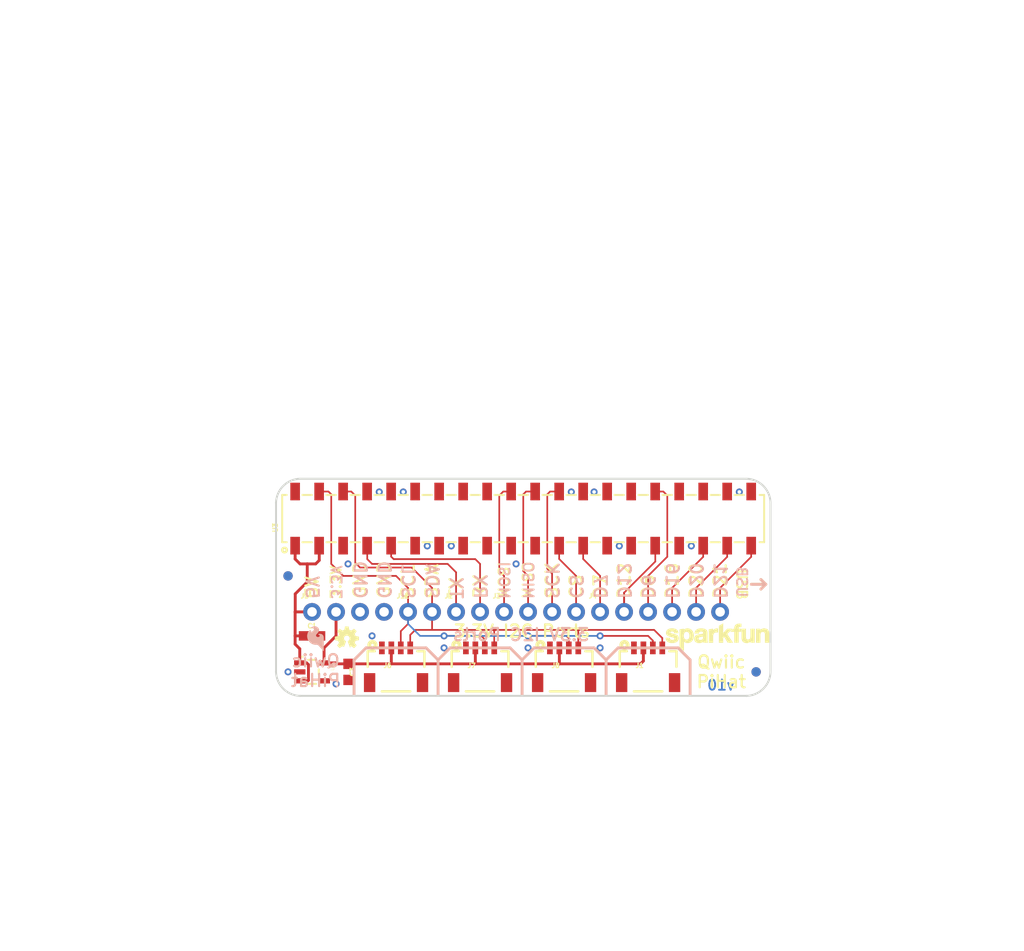
<source format=kicad_pcb>
(kicad_pcb (version 20211014) (generator pcbnew)
  (layers (0 "F.Cu" signal) (31 "B.Cu" signal) (34 "B.Paste" user) (35 "F.Paste" user) (36 "B.SilkS" user "B.Silkscreen") (37 "F.SilkS" user "F.Silkscreen") (38 "B.Mask" user) (39 "F.Mask" user) (44 "Edge.Cuts" user))
  (net 0 "")
  (net 1 "GND")
  (net 2 "3.3V")
  (net 3 "SDA")
  (net 4 "SCL")
  (net 5 "5V")
  (net 6 "RX")
  (net 7 "TX")
  (net 8 "D5")
  (net 9 "D6")
  (net 10 "D7")
  (net 11 "D12")
  (net 12 "D13")
  (net 13 "D16")
  (net 14 "D17")
  (net 15 "D18")
  (net 16 "D19")
  (net 17 "D20")
  (net 18 "D21")
  (net 19 "D22")
  (net 20 "D23")
  (net 21 "D24")
  (net 22 "D25")
  (net 23 "D26")
  (net 24 "D27")
  (net 25 "D4")
  (net 26 "MOSI")
  (net 27 "MISO")
  (net 28 "SCK")
  (net 29 "CS")
  (net 30 "ID_SDA")
  (net 31 "ID_SCL")
  (footprint "boardEagle:1X04_1MM_RA" (layer "F.Cu") (at 143.9291 111.417099)
    (fp_text reference "J7" (at -1.397 2.159) (layer "F.SilkS") (effects (font (size 0.48768 0.48768) (thickness 0.12192)) (justify left bottom)))
    (fp_text value "Qwiic Right Angle")
    (pad "1" smd rect (at -1.5 0) (size 0.6 1.35) (layers "F.Cu" "F.Paste" "F.Mask") (net 1 "GND"))
    (pad "2" smd rect (at -0.5 0) (size 0.6 1.35) (layers "F.Cu" "F.Paste" "F.Mask") (net 2 "3.3V"))
    (pad "3" smd rect (at 0.5 0) (size 0.6 1.35) (layers "F.Cu" "F.Paste" "F.Mask") (net 3 "SDA"))
    (pad "4" smd rect (at 1.5 0) (size 0.6 1.35) (layers "F.Cu" "F.Paste" "F.Mask") (net 4 "SCL"))
    (pad "NC1" smd rect (at 2.8 3.675) (size 1.2 2) (layers "F.Cu" "F.Paste" "F.Mask"))
    (pad "NC2" smd rect (at -2.8 3.675) (size 1.2 2) (layers "F.Cu" "F.Paste" "F.Mask"))
  )
  (footprint "boardEagle:OSHW-LOGO-MINI" (layer "F.Cu") (at 129.8321 110.401099)
    (fp_text reference "LOGO1" hide)
    (fp_text value "OSHW-LOGOMINI" hide)
  )
  (footprint "boardEagle:0603" (layer "F.Cu") (at 129.9591 113.957099 -90)
    (fp_text reference "C3" (at 0 -0.762 -90) (layer "F.SilkS") (effects (font (size 0.48768 0.48768) (thickness 0.12192)) (justify bottom)))
    (fp_text value "1.0uF")
    (pad "1" smd rect (at -0.85 0 270) (size 1.1 1) (layers "F.Cu" "F.Paste" "F.Mask") (net 2 "3.3V"))
    (pad "2" smd rect (at 0.85 0 270) (size 1.1 1) (layers "F.Cu" "F.Paste" "F.Mask") (net 1 "GND"))
  )
  (footprint "boardEagle:1X04_1MM_RA" (layer "F.Cu") (at 161.709881 111.416981)
    (fp_text reference "J1" (at -1.397 2.159) (layer "F.SilkS") (effects (font (size 0.48768 0.48768) (thickness 0.12192)) (justify left bottom)))
    (fp_text value "Qwiic Right Angle")
    (pad "1" smd rect (at -1.5 0) (size 0.6 1.35) (layers "F.Cu" "F.Paste" "F.Mask") (net 1 "GND"))
    (pad "2" smd rect (at -0.5 0) (size 0.6 1.35) (layers "F.Cu" "F.Paste" "F.Mask") (net 2 "3.3V"))
    (pad "3" smd rect (at 0.5 0) (size 0.6 1.35) (layers "F.Cu" "F.Paste" "F.Mask") (net 3 "SDA"))
    (pad "4" smd rect (at 1.5 0) (size 0.6 1.35) (layers "F.Cu" "F.Paste" "F.Mask") (net 4 "SCL"))
    (pad "NC1" smd rect (at 2.8 3.675) (size 1.2 2) (layers "F.Cu" "F.Paste" "F.Mask"))
    (pad "NC2" smd rect (at -2.8 3.675) (size 1.2 2) (layers "F.Cu" "F.Paste" "F.Mask"))
  )
  (footprint "boardEagle:FIDUCIAL-1X2" (layer "F.Cu") (at 123.6091 103.797099 180)
    (fp_text reference "FD1" hide)
    (fp_text value "FIDUCIAL1X2" hide)
    (pad "1" smd roundrect (at 0 0 180) (size 1 1) (layers "F.Cu" "F.Mask") (roundrect_rratio 0.5))
  )
  (footprint "boardEagle:SFE_LOGO_NAME_.1" (layer "F.Cu") (at 163.1061 112.179099)
    (fp_text reference "U$2" hide)
    (fp_text value "SFE_LOGO_NAME.1_INCH" hide)
  )
  (footprint "boardEagle:0603" (layer "F.Cu") (at 126.1491 110.147099)
    (fp_text reference "C1" (at 0 -0.762) (layer "F.SilkS") (effects (font (size 0.48768 0.48768) (thickness 0.12192)) (justify bottom)))
    (fp_text value "1.0uF")
    (pad "1" smd rect (at -0.85 0) (size 1.1 1) (layers "F.Cu" "F.Paste" "F.Mask") (net 5 "5V"))
    (pad "2" smd rect (at 0.85 0) (size 1.1 1) (layers "F.Cu" "F.Paste" "F.Mask") (net 1 "GND"))
  )
  (footprint "boardEagle:CREATIVE_COMMONS" (layer "F.Cu") (at 113.4491 140.627099)
    (fp_text reference "FRAME1" hide)
    (fp_text value "FRAME-LETTER" hide)
  )
  (footprint "boardEagle:1X04_1MM_RA" (layer "F.Cu") (at 152.8191 111.417099)
    (fp_text reference "J8" (at -1.397 2.159) (layer "F.SilkS") (effects (font (size 0.48768 0.48768) (thickness 0.12192)) (justify left bottom)))
    (fp_text value "Qwiic Right Angle")
    (pad "1" smd rect (at -1.5 0) (size 0.6 1.35) (layers "F.Cu" "F.Paste" "F.Mask") (net 1 "GND"))
    (pad "2" smd rect (at -0.5 0) (size 0.6 1.35) (layers "F.Cu" "F.Paste" "F.Mask") (net 2 "3.3V"))
    (pad "3" smd rect (at 0.5 0) (size 0.6 1.35) (layers "F.Cu" "F.Paste" "F.Mask") (net 3 "SDA"))
    (pad "4" smd rect (at 1.5 0) (size 0.6 1.35) (layers "F.Cu" "F.Paste" "F.Mask") (net 4 "SCL"))
    (pad "NC1" smd rect (at 2.8 3.675) (size 1.2 2) (layers "F.Cu" "F.Paste" "F.Mask"))
    (pad "NC2" smd rect (at -2.8 3.675) (size 1.2 2) (layers "F.Cu" "F.Paste" "F.Mask"))
  )
  (footprint "boardEagle:SOT23-5" (layer "F.Cu") (at 126.1491 113.957099 -90)
    (fp_text reference "U2" (at -0.889 -2.159 90) (layer "F.SilkS") (effects (font (size 0.376489 0.376489) (thickness 0.029911)) (justify right)))
    (fp_text value "3.3V/600mA")
    (pad "1" smd rect (at -0.95 1.3001 270) (size 0.55 1.2) (layers "F.Cu" "F.Paste" "F.Mask") (net 5 "5V"))
    (pad "2" smd rect (at 0 1.3001 270) (size 0.55 1.2) (layers "F.Cu" "F.Paste" "F.Mask") (net 1 "GND"))
    (pad "3" smd rect (at 0.95 1.3001 270) (size 0.55 1.2) (layers "F.Cu" "F.Paste" "F.Mask") (net 5 "5V"))
    (pad "4" smd rect (at 0.95 -1.3001 270) (size 0.55 1.2) (layers "F.Cu" "F.Paste" "F.Mask"))
    (pad "5" smd rect (at -0.95 -1.3001 270) (size 0.55 1.2) (layers "F.Cu" "F.Paste" "F.Mask") (net 2 "3.3V"))
  )
  (footprint "boardEagle:1X04_1MM_RA" (layer "F.Cu") (at 135.0391 111.417099)
    (fp_text reference "J6" (at -1.397 2.159) (layer "F.SilkS") (effects (font (size 0.48768 0.48768) (thickness 0.12192)) (justify left bottom)))
    (fp_text value "Qwiic Right Angle")
    (pad "1" smd rect (at -1.5 0) (size 0.6 1.35) (layers "F.Cu" "F.Paste" "F.Mask") (net 1 "GND"))
    (pad "2" smd rect (at -0.5 0) (size 0.6 1.35) (layers "F.Cu" "F.Paste" "F.Mask") (net 2 "3.3V"))
    (pad "3" smd rect (at 0.5 0) (size 0.6 1.35) (layers "F.Cu" "F.Paste" "F.Mask") (net 3 "SDA"))
    (pad "4" smd rect (at 1.5 0) (size 0.6 1.35) (layers "F.Cu" "F.Paste" "F.Mask") (net 4 "SCL"))
    (pad "NC1" smd rect (at 2.8 3.675) (size 1.2 2) (layers "F.Cu" "F.Paste" "F.Mask"))
    (pad "NC2" smd rect (at -2.8 3.675) (size 1.2 2) (layers "F.Cu" "F.Paste" "F.Mask"))
  )
  (footprint "boardEagle:1X02_NO_SILK" (layer "F.Cu") (at 141.3891 107.607099)
    (fp_text reference "J2" (at -1.27 -1.397) (layer "F.SilkS") (effects (font (size 0.48768 0.48768) (thickness 0.12192)) (justify left bottom)))
    (fp_text value "")
    (pad "1" thru_hole circle (at 0 0 90) (size 1.8796 1.8796) (drill 1.016) (layers *.Cu *.Mask) (net 7 "TX"))
    (pad "2" thru_hole circle (at 2.54 0 90) (size 1.8796 1.8796) (drill 1.016) (layers *.Cu *.Mask) (net 6 "RX"))
  )
  (footprint "boardEagle:1X06_NO_SILK" (layer "F.Cu") (at 156.6291 107.607099)
    (fp_text reference "J4" (at -1.27 -1.397) (layer "F.SilkS") (effects (font (size 0.48768 0.48768) (thickness 0.12192)) (justify left bottom)))
    (fp_text value "")
    (pad "1" thru_hole circle (at 0 0 90) (size 1.8796 1.8796) (drill 1.016) (layers *.Cu *.Mask) (net 10 "D7"))
    (pad "2" thru_hole circle (at 2.54 0 90) (size 1.8796 1.8796) (drill 1.016) (layers *.Cu *.Mask) (net 11 "D12"))
    (pad "3" thru_hole circle (at 5.08 0 90) (size 1.8796 1.8796) (drill 1.016) (layers *.Cu *.Mask) (net 9 "D6"))
    (pad "4" thru_hole circle (at 7.62 0 90) (size 1.8796 1.8796) (drill 1.016) (layers *.Cu *.Mask) (net 13 "D16"))
    (pad "5" thru_hole circle (at 10.16 0 90) (size 1.8796 1.8796) (drill 1.016) (layers *.Cu *.Mask) (net 17 "D20"))
    (pad "6" thru_hole circle (at 12.7 0 90) (size 1.8796 1.8796) (drill 1.016) (layers *.Cu *.Mask) (net 18 "D21"))
  )
  (footprint "boardEagle:1X02_NO_SILK" (layer "F.Cu") (at 136.3091 107.607099)
    (fp_text reference "J12" (at -1.27 -1.397) (layer "F.SilkS") (effects (font (size 0.48768 0.48768) (thickness 0.12192)) (justify left bottom)))
    (fp_text value "")
    (pad "1" thru_hole circle (at 0 0 90) (size 1.8796 1.8796) (drill 1.016) (layers *.Cu *.Mask) (net 3 "SDA"))
    (pad "2" thru_hole circle (at 2.54 0 90) (size 1.8796 1.8796) (drill 1.016) (layers *.Cu *.Mask) (net 4 "SCL"))
  )
  (footprint "boardEagle:REVISION" (layer "F.Cu") (at 124.8791 143.167099)
    (fp_text reference "LOGO2" hide)
    (fp_text value "REVISION" hide)
  )
  (footprint "boardEagle:RASPBERRY_PI_SHIELD_BOTTOM_ENTRY_NOHOLES" (layer "F.Cu") (at 115.9891 102.527099)
    (fp_text reference "U3" (at 6.55 -3.2702 90) (layer "F.SilkS") (effects (font (size 0.48768 0.48768) (thickness 0.12192)) (justify left bottom)))
    (fp_text value "")
    (pad "" np_thru_hole circle (at 54.09 -3.53) (size 1.02 1.02) (drill 1.02) (layers *.Cu *.Mask))
    (pad "" np_thru_hole circle (at 55.36 -4.8) (size 1.8 1.8) (drill 1.8) (layers *.Cu *.Mask))
    (pad "" np_thru_hole circle (at 31.23 -3.53) (size 1.02 1.02) (drill 1.02) (layers *.Cu *.Mask))
    (pad "" np_thru_hole circle (at 8.37 -3.53) (size 1.02 1.02) (drill 1.02) (layers *.Cu *.Mask))
    (pad "" np_thru_hole circle (at 51.55 -6.07) (size 1.02 1.02) (drill 1.02) (layers *.Cu *.Mask))
    (pad "" np_thru_hole circle (at 41.39 -6.07) (size 1.02 1.02) (drill 1.02) (layers *.Cu *.Mask))
    (pad "" np_thru_hole circle (at 43.93 -3.53) (size 1.02 1.02) (drill 1.02) (layers *.Cu *.Mask))
    (pad "" np_thru_hole circle (at 28.69 -6.07) (size 1.02 1.02) (drill 1.02) (layers *.Cu *.Mask))
    (pad "" np_thru_hole circle (at 13.45 -6.07) (size 1.02 1.02) (drill 1.02) (layers *.Cu *.Mask))
    (pad "" np_thru_hole circle (at 46.47 -6.07) (size 1.02 1.02) (drill 1.02) (layers *.Cu *.Mask))
    (pad "" np_thru_hole circle (at 41.39 -3.53) (size 1.02 1.02) (drill 1.02) (layers *.Cu *.Mask))
    (pad "" np_thru_hole circle (at 15.99 -3.53) (size 1.02 1.02) (drill 1.02) (layers *.Cu *.Mask))
    (pad "" np_thru_hole circle (at 10.91 -6.07) (size 1.02 1.02) (drill 1.02) (layers *.Cu *.Mask))
    (pad "" np_thru_hole circle (at 15.99 -6.07) (size 1.02 1.02) (drill 1.02) (layers *.Cu *.Mask))
    (pad "" np_thru_hole circle (at 43.93 -6.07) (size 1.02 1.02) (drill 1.02) (layers *.Cu *.Mask))
    (pad "" np_thru_hole circle (at 33.77 -6.07) (size 1.02 1.02) (drill 1.02) (layers *.Cu *.Mask))
    (pad "" np_thru_hole circle (at 28.69 -3.53) (size 1.02 1.02) (drill 1.02) (layers *.Cu *.Mask))
    (pad "" np_thru_hole circle (at 23.61 -6.07) (size 1.02 1.02) (drill 1.02) (layers *.Cu *.Mask))
    (pad "" np_thru_hole circle (at 46.47 -3.53) (size 1.02 1.02) (drill 1.02) (layers *.Cu *.Mask))
    (pad "" np_thru_hole circle (at 18.53 -6.07) (size 1.02 1.02) (drill 1.02) (layers *.Cu *.Mask))
    (pad "" np_thru_hole circle (at 10.91 -3.53) (size 1.02 1.02) (drill 1.02) (layers *.Cu *.Mask))
    (pad "" np_thru_hole circle (at 26.15 -6.07) (size 1.02 1.02) (drill 1.02) (layers *.Cu *.Mask))
    (pad "" np_thru_hole circle (at 49.01 -3.53) (size 1.02 1.02) (drill 1.02) (layers *.Cu *.Mask))
    (pad "" np_thru_hole circle (at 31.23 -6.07) (size 1.02 1.02) (drill 1.02) (layers *.Cu *.Mask))
    (pad "" np_thru_hole circle (at 26.15 -3.53) (size 1.02 1.02) (drill 1.02) (layers *.Cu *.Mask))
    (pad "" np_thru_hole circle (at 36.31 -6.07) (size 1.02 1.02) (drill 1.02) (layers *.Cu *.Mask))
    (pad "" np_thru_hole circle (at 51.55 -3.53) (size 1.02 1.02) (drill 1.02) (layers *.Cu *.Mask))
    (pad "" np_thru_hole circle (at 21.07 -6.07) (size 1.02 1.02) (drill 1.02) (layers *.Cu *.Mask))
    (pad "" np_thru_hole circle (at 38.85 -6.07) (size 1.02 1.02) (drill 1.02) (layers *.Cu *.Mask))
    (pad "" np_thru_hole circle (at 23.61 -3.53) (size 1.02 1.02) (drill 1.02) (layers *.Cu *.Mask))
    (pad "" np_thru_hole circle (at 9.64 -4.8) (size 1.8 1.8) (drill 1.8) (layers *.Cu *.Mask))
    (pad "" np_thru_hole circle (at 56.63 -6.07) (size 1.02 1.02) (drill 1.02) (layers *.Cu *.Mask))
    (pad "" np_thru_hole circle (at 56.63 -3.53) (size 1.02 1.02) (drill 1.02) (layers *.Cu *.Mask))
    (pad "" np_thru_hole circle (at 38.85 -3.53) (size 1.02 1.02) (drill 1.02) (layers *.Cu *.Mask))
    (pad "" np_thru_hole circle (at 49.01 -6.07) (size 1.02 1.02) (drill 1.02) (layers *.Cu *.Mask))
    (pad "" np_thru_hole circle (at 21.07 -3.53) (size 1.02 1.02) (drill 1.02) (layers *.Cu *.Mask))
    (pad "" np_thru_hole circle (at 13.45 -3.53) (size 1.02 1.02) (drill 1.02) (layers *.Cu *.Mask))
    (pad "" np_thru_hole circle (at 54.09 -6.07) (size 1.02 1.02) (drill 1.02) (layers *.Cu *.Mask))
    (pad "" np_thru_hole circle (at 33.77 -3.53) (size 1.02 1.02) (drill 1.02) (layers *.Cu *.Mask))
    (pad "" np_thru_hole circle (at 36.31 -3.53) (size 1.02 1.02) (drill 1.02) (layers *.Cu *.Mask))
    (pad "" np_thru_hole circle (at 18.53 -3.53) (size 1.02 1.02) (drill 1.02) (layers *.Cu *.Mask))
    (pad "" np_thru_hole circle (at 8.37 -6.07) (size 1.02 1.02) (drill 1.02) (layers *.Cu *.Mask))
    (pad "1" smd rect (at 8.37 -7.665 90) (size 1.87 1.02) (layers "F.Cu" "F.Paste" "F.Mask"))
    (pad "2" smd rect (at 8.37 -1.935 90) (size 1.87 1.02) (layers "F.Cu" "F.Paste" "F.Mask") (net 5 "5V"))
    (pad "3" smd rect (at 10.91 -7.665 90) (size 1.87 1.02) (layers "F.Cu" "F.Paste" "F.Mask") (net 3 "SDA"))
    (pad "4" smd rect (at 10.91 -1.935 90) (size 1.87 1.02) (layers "F.Cu" "F.Paste" "F.Mask") (net 5 "5V"))
    (pad "5" smd rect (at 13.45 -7.665 90) (size 1.87 1.02) (layers "F.Cu" "F.Paste" "F.Mask") (net 4 "SCL"))
    (pad "6" smd rect (at 13.45 -1.935 90) (size 1.87 1.02) (layers "F.Cu" "F.Paste" "F.Mask") (net 1 "GND"))
    (pad "7" smd rect (at 15.99 -7.665 90) (size 1.87 1.02) (layers "F.Cu" "F.Paste" "F.Mask") (net 25 "D4"))
    (pad "8" smd rect (at 15.99 -1.935 90) (size 1.87 1.02) (layers "F.Cu" "F.Paste" "F.Mask") (net 7 "TX"))
    (pad "9" smd rect (at 18.53 -7.665 90) (size 1.87 1.02) (layers "F.Cu" "F.Paste" "F.Mask") (net 1 "GND"))
    (pad "10" smd rect (at 18.53 -1.935 90) (size 1.87 1.02) (layers "F.Cu" "F.Paste" "F.Mask") (net 6 "RX"))
    (pad "11" smd rect (at 21.07 -7.665 90) (size 1.87 1.02) (layers "F.Cu" "F.Paste" "F.Mask") (net 14 "D17"))
    (pad "12" smd rect (at 21.07 -1.935 90) (size 1.87 1.02) (layers "F.Cu" "F.Paste" "F.Mask") (net 15 "D18"))
    (pad "13" smd rect (at 23.61 -7.665 90) (size 1.87 1.02) (layers "F.Cu" "F.Paste" "F.Mask") (net 24 "D27"))
    (pad "14" smd rect (at 23.61 -1.935 90) (size 1.87 1.02) (layers "F.Cu" "F.Paste" "F.Mask") (net 1 "GND"))
    (pad "15" smd rect (at 26.15 -7.665 90) (size 1.87 1.02) (layers "F.Cu" "F.Paste" "F.Mask") (net 19 "D22"))
    (pad "16" smd rect (at 26.15 -1.935 90) (size 1.87 1.02) (layers "F.Cu" "F.Paste" "F.Mask") (net 20 "D23"))
    (pad "17" smd rect (at 28.69 -7.665 90) (size 1.87 1.02) (layers "F.Cu" "F.Paste" "F.Mask"))
    (pad "18" smd rect (at 28.69 -1.935 90) (size 1.87 1.02) (layers "F.Cu" "F.Paste" "F.Mask") (net 21 "D24"))
    (pad "19" smd rect (at 31.23 -7.665 90) (size 1.87 1.02) (layers "F.Cu" "F.Paste" "F.Mask") (net 26 "MOSI"))
    (pad "20" smd rect (at 31.23 -1.935 90) (size 1.87 1.02) (layers "F.Cu" "F.Paste" "F.Mask") (net 1 "GND"))
    (pad "21" smd rect (at 33.77 -7.665 90) (size 1.87 1.02) (layers "F.Cu" "F.Paste" "F.Mask") (net 27 "MISO"))
    (pad "22" smd rect (at 33.77 -1.935 90) (size 1.87 1.02) (layers "F.Cu" "F.Paste" "F.Mask") (net 22 "D25"))
    (pad "23" smd rect (at 36.31 -7.665 90) (size 1.87 1.02) (layers "F.Cu" "F.Paste" "F.Mask") (net 28 "SCK"))
    (pad "24" smd rect (at 36.31 -1.935 90) (size 1.87 1.02) (layers "F.Cu" "F.Paste" "F.Mask") (net 29 "CS"))
    (pad "25" smd rect (at 38.85 -7.665 90) (size 1.87 1.02) (layers "F.Cu" "F.Paste" "F.Mask") (net 1 "GND"))
    (pad "26" smd rect (at 38.85 -1.935 90) (size 1.87 1.02) (layers "F.Cu" "F.Paste" "F.Mask") (net 10 "D7"))
    (pad "27" smd rect (at 41.39 -7.665 90) (size 1.87 1.02) (layers "F.Cu" "F.Paste" "F.Mask") (net 30 "ID_SDA"))
    (pad "28" smd rect (at 41.39 -1.935 90) (size 1.87 1.02) (layers "F.Cu" "F.Paste" "F.Mask") (net 31 "ID_SCL"))
    (pad "29" smd rect (at 43.93 -7.665 90) (size 1.87 1.02) (layers "F.Cu" "F.Paste" "F.Mask") (net 8 "D5"))
    (pad "30" smd rect (at 43.93 -1.935 90) (size 1.87 1.02) (layers "F.Cu" "F.Paste" "F.Mask") (net 1 "GND"))
    (pad "31" smd rect (at 46.47 -7.665 90) (size 1.87 1.02) (layers "F.Cu" "F.Paste" "F.Mask") (net 9 "D6"))
    (pad "32" smd rect (at 46.47 -1.935 90) (size 1.87 1.02) (layers "F.Cu" "F.Paste" "F.Mask") (net 11 "D12"))
    (pad "33" smd rect (at 49.01 -7.665 90) (size 1.87 1.02) (layers "F.Cu" "F.Paste" "F.Mask") (net 12 "D13"))
    (pad "34" smd rect (at 49.01 -1.935 90) (size 1.87 1.02) (layers "F.Cu" "F.Paste" "F.Mask") (net 1 "GND"))
    (pad "35" smd rect (at 51.55 -7.665 90) (size 1.87 1.02) (layers "F.Cu" "F.Paste" "F.Mask") (net 16 "D19"))
    (pad "36" smd rect (at 51.55 -1.935 90) (size 1.87 1.02) (layers "F.Cu" "F.Paste" "F.Mask") (net 13 "D16"))
    (pad "37" smd rect (at 54.09 -7.665 90) (size 1.87 1.02) (layers "F.Cu" "F.Paste" "F.Mask") (net 23 "D26"))
    (pad "38" smd rect (at 54.09 -1.935 90) (size 1.87 1.02) (layers "F.Cu" "F.Paste" "F.Mask") (net 17 "D20"))
    (pad "39" smd rect (at 56.63 -7.665 90) (size 1.87 1.02) (layers "F.Cu" "F.Paste" "F.Mask") (net 1 "GND"))
    (pad "40" smd rect (at 56.63 -1.935 90) (size 1.87 1.02) (layers "F.Cu" "F.Paste" "F.Mask") (net 18 "D21"))
  )
  (footprint "boardEagle:FIDUCIAL-1X2" (layer "F.Cu") (at 173.1391 113.957099 180)
    (fp_text reference "FD2" hide)
    (fp_text value "FIDUCIAL1X2" hide)
    (pad "1" smd roundrect (at 0 0 180) (size 1 1) (layers "F.Cu" "F.Mask") (roundrect_rratio 0.5))
  )
  (footprint "boardEagle:1X04_NO_SILK" (layer "F.Cu") (at 126.1491 107.607099)
    (fp_text reference "J5" (at -1.27 -1.397) (layer "F.SilkS") (effects (font (size 0.48768 0.48768) (thickness 0.12192)) (justify left bottom)))
    (fp_text value "")
    (pad "1" thru_hole circle (at 0 0 90) (size 1.8796 1.8796) (drill 1.016) (layers *.Cu *.Mask) (net 5 "5V"))
    (pad "2" thru_hole circle (at 2.54 0 90) (size 1.8796 1.8796) (drill 1.016) (layers *.Cu *.Mask) (net 2 "3.3V"))
    (pad "3" thru_hole circle (at 5.08 0 90) (size 1.8796 1.8796) (drill 1.016) (layers *.Cu *.Mask) (net 1 "GND"))
    (pad "4" thru_hole circle (at 7.62 0 90) (size 1.8796 1.8796) (drill 1.016) (layers *.Cu *.Mask) (net 1 "GND"))
  )
  (footprint "boardEagle:1X04_NO_SILK" (layer "F.Cu") (at 146.4691 107.607099)
    (fp_text reference "J3" (at -1.27 -1.397) (layer "F.SilkS") (effects (font (size 0.48768 0.48768) (thickness 0.12192)) (justify left bottom)))
    (fp_text value "")
    (pad "1" thru_hole circle (at 0 0 90) (size 1.8796 1.8796) (drill 1.016) (layers *.Cu *.Mask) (net 26 "MOSI"))
    (pad "2" thru_hole circle (at 2.54 0 90) (size 1.8796 1.8796) (drill 1.016) (layers *.Cu *.Mask) (net 27 "MISO"))
    (pad "3" thru_hole circle (at 5.08 0 90) (size 1.8796 1.8796) (drill 1.016) (layers *.Cu *.Mask) (net 28 "SCK"))
    (pad "4" thru_hole circle (at 7.62 0 90) (size 1.8796 1.8796) (drill 1.016) (layers *.Cu *.Mask) (net 29 "CS"))
  )
  (footprint "boardEagle:FIDUCIAL-1X2" (layer "B.Cu") (at 123.6091 103.797099 180)
    (fp_text reference "FD4" hide)
    (fp_text value "FIDUCIAL1X2" hide)
    (pad "1" smd roundrect (at 0 0 180) (size 1 1) (layers "B.Cu" "B.Mask") (roundrect_rratio 0.5))
  )
  (footprint "boardEagle:SFE_LOGO_FLAME_.1" (layer "B.Cu") (at 127.6731 112.052099 180)
    (fp_text reference "U$1" hide)
    (fp_text value "SFE_LOGO_FLAME.1_INCH" hide)
  )
  (footprint "boardEagle:FIDUCIAL-1X2" (layer "B.Cu") (at 173.1391 113.957099 180)
    (fp_text reference "FD3" hide)
    (fp_text value "FIDUCIAL1X2" hide)
    (pad "1" smd roundrect (at 0 0 180) (size 1 1) (layers "B.Cu" "B.Mask") (roundrect_rratio 0.5))
  )
  (gr_line (start 155.9941 111.417099) (end 157.2641 112.687099) (layer "B.SilkS") (width 0.3048))
  (gr_line (start 138.2141 111.417099) (end 131.8641 111.417099) (layer "B.SilkS") (width 0.3048))
  (gr_line (start 173.6471 105.194099) (end 174.1551 104.686099) (layer "B.SilkS") (width 0.3048))
  (gr_line (start 174.1551 104.686099) (end 172.6311 104.686099) (layer "B.SilkS") (width 0.3048))
  (gr_line (start 139.4841 112.687099) (end 140.7541 111.417099) (layer "B.SilkS") (width 0.3048))
  (gr_line (start 147.1041 111.417099) (end 140.7541 111.417099) (layer "B.SilkS") (width 0.3048))
  (gr_line (start 166.1541 116.370099) (end 166.1541 112.687099) (layer "B.SilkS") (width 0.3048))
  (gr_line (start 148.3741 116.370099) (end 148.3741 112.687099) (layer "B.SilkS") (width 0.3048))
  (gr_line (start 147.1041 111.417099) (end 148.3741 112.687099) (layer "B.SilkS") (width 0.3048))
  (gr_line (start 164.8841 111.417099) (end 158.5341 111.417099) (layer "B.SilkS") (width 0.3048))
  (gr_line (start 139.4841 116.370099) (end 139.4841 112.687099) (layer "B.SilkS") (width 0.3048))
  (gr_line (start 157.2641 112.687099) (end 158.5341 111.417099) (layer "B.SilkS") (width 0.3048))
  (gr_line (start 164.8841 111.417099) (end 166.1541 112.687099) (layer "B.SilkS") (width 0.3048))
  (gr_line (start 148.3741 112.687099) (end 149.6441 111.417099) (layer "B.SilkS") (width 0.3048))
  (gr_line (start 138.2141 111.417099) (end 139.4841 112.687099) (layer "B.SilkS") (width 0.3048))
  (gr_line (start 130.5941 116.370099) (end 130.5941 112.687099) (layer "B.SilkS") (width 0.3048))
  (gr_line (start 130.5941 112.687099) (end 131.8641 111.417099) (layer "B.SilkS") (width 0.3048))
  (gr_line (start 174.1551 104.686099) (end 173.6471 104.178099) (layer "B.SilkS") (width 0.3048))
  (gr_line (start 157.2641 116.370099) (end 157.2641 112.687099) (layer "B.SilkS") (width 0.3048))
  (gr_line (start 155.9941 111.417099) (end 149.6441 111.417099) (layer "B.SilkS") (width 0.3048))
  (gr_line (start 174.1551 104.686099) (end 173.6471 105.194099) (layer "F.SilkS") (width 0.3048))
  (gr_line (start 172.6311 104.686099) (end 174.1551 104.686099) (layer "F.SilkS") (width 0.3048))
  (gr_line (start 174.1551 104.686099) (end 173.6471 104.178099) (layer "F.SilkS") (width 0.3048))
  (gr_line (start 172.1231 93.510099) (end 124.8791 93.510099) (layer "Edge.Cuts") (width 0.2032))
  (gr_arc (start 174.6631 113.957099) (mid 173.901101 115.735099) (end 172.123101 116.4971) (layer "Edge.Cuts") (width 0.2032))
  (gr_line (start 174.6631 113.957099) (end 174.6631 96.050099) (layer "Edge.Cuts") (width 0.2032))
  (gr_arc (start 124.8791 116.497099) (mid 123.1011 115.7351) (end 122.3391 113.957101) (layer "Edge.Cuts") (width 0.2032))
  (gr_line (start 172.1231 116.497099) (end 124.8791 116.497099) (layer "Edge.Cuts") (width 0.2032))
  (gr_line (start 122.3391 96.050099) (end 122.3391 113.957099) (layer "Edge.Cuts") (width 0.2032))
  (gr_arc (start 122.3391 96.050099) (mid 123.1011 94.2721) (end 124.879099 93.5101) (layer "Edge.Cuts") (width 0.2032))
  (gr_arc (start 172.1231 93.510099) (mid 173.9011 94.272099) (end 174.6631 96.050099) (layer "Edge.Cuts") (width 0.2032))
  (gr_text "v10" (at 170.9801 115.989099) (layer "B.Cu") (effects (font (size 1.0795 1.0795) (thickness 0.1905)) (justify left bottom mirror)))
  (gr_text "3.3V I2C Ports" (at 148.2471 110.020099) (layer "B.SilkS") (effects (font (size 1.2954 1.2954) (thickness 0.2286)) (justify mirror)))
  (gr_text "D20" (at 166.7891 106.337099 -90) (layer "B.SilkS") (effects (font (size 1.2954 1.2954) (thickness 0.2286)) (justify left mirror)))
  (gr_text "SCK" (at 151.5491 106.337099 -90) (layer "B.SilkS") (effects (font (size 1.2954 1.2954) (thickness 0.2286)) (justify left mirror)))
  (gr_text "5V" (at 126.1491 106.337099 -90) (layer "B.SilkS") (effects (font (size 1.2954 1.2954) (thickness 0.2286)) (justify left mirror)))
  (gr_text "TX" (at 141.3891 106.337099 -90) (layer "B.SilkS") (effects (font (size 1.2954 1.2954) (thickness 0.2286)) (justify left mirror)))
  (gr_text "GND" (at 133.7691 106.337099 -90) (layer "B.SilkS") (effects (font (size 1.2954 1.2954) (thickness 0.2286)) (justify left mirror)))
  (gr_text "D16" (at 164.2491 106.337099 -90) (layer "B.SilkS") (effects (font (size 1.2954 1.2954) (thickness 0.2286)) (justify left mirror)))
  (gr_text "SDA" (at 138.8491 106.337099 -90) (layer "B.SilkS") (effects (font (size 1.2954 1.2954) (thickness 0.2286)) (justify left mirror)))
  (gr_text "Qwiic\nPiHat" (at 126.5301 113.830099) (layer "B.SilkS") (effects (font (size 1.2954 1.2954) (thickness 0.2286)) (justify mirror)))
  (gr_text "3.3V" (at 128.6891 106.337099 -90) (layer "B.SilkS") (effects (font (size 1.0795 1.0795) (thickness 0.1905)) (justify left mirror)))
  (gr_text "D7" (at 156.6291 106.337099 -90) (layer "B.SilkS") (effects (font (size 1.2954 1.2954) (thickness 0.2286)) (justify left mirror)))
  (gr_text "SCL" (at 136.3091 106.337099 -90) (layer "B.SilkS") (effects (font (size 1.2954 1.2954) (thickness 0.2286)) (justify left mirror)))
  (gr_text "D6" (at 161.7091 106.337099 -90) (layer "B.SilkS") (effects (font (size 1.2954 1.2954) (thickness 0.2286)) (justify left mirror)))
  (gr_text "GND" (at 131.2291 106.337099 -90) (layer "B.SilkS") (effects (font (size 1.2954 1.2954) (thickness 0.2286)) (justify left mirror)))
  (gr_text "CS" (at 154.0891 106.337099 -90) (layer "B.SilkS") (effects (font (size 1.2954 1.2954) (thickness 0.2286)) (justify left mirror)))
  (gr_text "MOSI" (at 146.4691 106.337099 -90) (layer "B.SilkS") (effects (font (size 1.0795 1.0795) (thickness 0.1905)) (justify left mirror)))
  (gr_text "D21" (at 169.3291 106.337099 -90) (layer "B.SilkS") (effects (font (size 1.2954 1.2954) (thickness 0.2286)) (justify left mirror)))
  (gr_text "RX" (at 143.9291 106.337099 -90) (layer "B.SilkS") (effects (font (size 1.2954 1.2954) (thickness 0.2286)) (justify left mirror)))
  (gr_text "MISO" (at 149.0091 106.337099 -90) (layer "B.SilkS") (effects (font (size 1.0795 1.0795) (thickness 0.1905)) (justify left mirror)))
  (gr_text "USB" (at 171.6151 104.432099 -90) (layer "B.SilkS") (effects (font (size 1.0795 1.0795) (thickness 0.1905)) (justify mirror)))
  (gr_text "D12" (at 159.1691 106.337099 -90) (layer "B.SilkS") (effects (font (size 1.2954 1.2954) (thickness 0.2286)) (justify left mirror)))
  (gr_text "Qwiic\nPiHat" (at 169.4561 113.957099) (layer "F.SilkS") (effects (font (size 1.2954 1.2954) (thickness 0.2286))))
  (gr_text "D20" (at 166.7891 106.337099 90) (layer "F.SilkS") (effects (font (size 1.2954 1.2954) (thickness 0.2286)) (justify left)))
  (gr_text "5V" (at 126.1491 106.337099 90) (layer "F.SilkS") (effects (font (size 1.2954 1.2954) (thickness 0.2286)) (justify left)))
  (gr_text "3.3V I2C Ports" (at 148.3741 109.639099) (layer "F.SilkS") (effects (font (size 1.2954 1.2954) (thickness 0.2286))))
  (gr_text "3.3V" (at 128.6891 106.337099 90) (layer "F.SilkS") (effects (font (size 1.0795 1.0795) (thickness 0.1905)) (justify left)))
  (gr_text "MISO" (at 149.0091 106.337099 90) (layer "F.SilkS") (effects (font (size 1.0795 1.0795) (thickness 0.1905)) (justify left)))
  (gr_text "GND" (at 131.2291 106.337099 90) (layer "F.SilkS") (effects (font (size 1.2954 1.2954) (thickness 0.2286)) (justify left)))
  (gr_text "D21" (at 169.3291 106.337099 90) (layer "F.SilkS") (effects (font (size 1.2954 1.2954) (thickness 0.2286)) (justify left)))
  (gr_text "D7" (at 156.6291 106.337099 90) (layer "F.SilkS") (effects (font (size 1.2954 1.2954) (thickness 0.2286)) (justify left)))
  (gr_text "GND" (at 133.7691 106.337099 90) (layer "F.SilkS") (effects (font (size 1.2954 1.2954) (thickness 0.2286)) (justify left)))
  (gr_text "D16" (at 164.2491 106.337099 90) (layer "F.SilkS") (effects (font (size 1.2954 1.2954) (thickness 0.2286)) (justify left)))
  (gr_text "USB" (at 171.6151 104.686099 270) (layer "F.SilkS") (effects (font (size 1.0795 1.0795) (thickness 0.1905))))
  (gr_text "SCL" (at 136.3091 106.337099 90) (layer "F.SilkS") (effects (font (size 1.2954 1.2954) (thickness 0.2286)) (justify left)))
  (gr_text "CS" (at 154.0891 106.337099 90) (layer "F.SilkS") (effects (font (size 1.2954 1.2954) (thickness 0.2286)) (justify left)))
  (gr_text "RX" (at 143.9291 106.337099 90) (layer "F.SilkS") (effects (font (size 1.2954 1.2954) (thickness 0.2286)) (justify left)))
  (gr_text "D6" (at 161.7091 106.337099 90) (layer "F.SilkS") (effects (font (size 1.2954 1.2954) (thickness 0.2286)) (justify left)))
  (gr_text "SDA" (at 138.8491 106.337099 90) (layer "F.SilkS") (effects (font (size 1.2954 1.2954) (thickness 0.2286)) (justify left)))
  (gr_text "D12" (at 159.1691 106.337099 90) (layer "F.SilkS") (effects (font (size 1.2954 1.2954) (thickness 0.2286)) (justify left)))
  (gr_text "TX" (at 141.3891 106.337099 90) (layer "F.SilkS") (effects (font (size 1.2954 1.2954) (thickness 0.2286)) (justify left)))
  (gr_text "MOSI" (at 146.4691 106.337099 90) (layer "F.SilkS") (effects (font (size 1.0795 1.0795) (thickness 0.1905)) (justify left)))
  (gr_text "SCK" (at 151.5491 106.337099 90) (layer "F.SilkS") (effects (font (size 1.2954 1.2954) (thickness 0.2286)) (justify left)))
  (via (at 149.0091 111.417099) (size 0.7366) (drill 0.381) (layers "F.Cu" "B.Cu") (net 1))
  (via (at 133.2611 94.907099) (size 0.7366) (drill 0.381) (layers "F.Cu" "B.Cu") (net 1))
  (via (at 132.4991 110.147099) (size 0.7366) (drill 0.381) (layers "F.Cu" "B.Cu") (net 1))
  (via (at 155.9941 94.907099) (size 0.7366) (drill 0.381) (layers "F.Cu" "B.Cu") (net 1))
  (via (at 156.6291 111.417099) (size 0.7366) (drill 0.381) (layers "F.Cu" "B.Cu") (net 1))
  (via (at 135.8011 94.907099) (size 0.7366) (drill 0.381) (layers "F.Cu" "B.Cu") (net 1))
  (via (at 123.6091 113.957099) (size 0.7366) (drill 0.381) (layers "F.Cu" "B.Cu") (net 1))
  (via (at 153.5811 94.907099) (size 0.7366) (drill 0.381) (layers "F.Cu" "B.Cu") (net 1))
  (via (at 166.2811 100.622099) (size 0.7366) (drill 0.381) (layers "F.Cu" "B.Cu") (net 1))
  (via (at 140.8811 100.622099) (size 0.7366) (drill 0.381) (layers "F.Cu" "B.Cu") (net 1))
  (via (at 128.6891 115.227099) (size 0.7366) (drill 0.381) (layers "F.Cu" "B.Cu") (net 1))
  (via (at 140.1191 111.417099) (size 0.7366) (drill 0.381) (layers "F.Cu" "B.Cu") (net 1))
  (via (at 171.3611 94.907099) (size 0.7366) (drill 0.381) (layers "F.Cu" "B.Cu") (net 1))
  (via (at 158.6611 100.622099) (size 0.7366) (drill 0.381) (layers "F.Cu" "B.Cu") (net 1))
  (via (at 138.3411 100.622099) (size 0.7366) (drill 0.381) (layers "F.Cu" "B.Cu") (net 1))
  (via (at 129.9591 102.527099) (size 0.7366) (drill 0.381) (layers "F.Cu" "B.Cu") (net 1))
  (via (at 147.7391 102.527099) (size 0.7366) (drill 0.381) (layers "F.Cu" "B.Cu") (net 1))
  (segment (start 143.4211 113.107099) (end 152.3111 113.107099) (width 0.3048) (layer "F.Cu") (net 2))
  (segment (start 161.209881 111.416981) (end 161.209881 112.805318) (width 0.3048) (layer "F.Cu") (net 2))
  (segment (start 152.3191 113.099099) (end 152.3111 113.107099) (width 0.3048) (layer "F.Cu") (net 2))
  (segment (start 128.6891 107.607099) (end 128.6891 110.147099) (width 0.3048) (layer "F.Cu") (net 2))
  (segment (start 134.5391 111.417099) (end 134.5391 113.099099) (width 0.3048) (layer "F.Cu") (net 2))
  (segment (start 134.5311 113.107099) (end 143.4211 113.107099) (width 0.3048) (layer "F.Cu") (net 2))
  (segment (start 127.4191 111.417099) (end 127.4191 112.976999) (width 0.3048) (layer "F.Cu") (net 2))
  (segment (start 127.4492 113.007099) (end 128.6281 113.007099) (width 0.3048) (layer "F.Cu") (net 2))
  (segment (start 143.4291 113.099099) (end 143.4211 113.107099) (width 0.3048) (layer "F.Cu") (net 2))
  (segment (start 152.3191 111.417099) (end 152.3191 113.099099) (width 0.3048) (layer "F.Cu") (net 2))
  (segment (start 129.9591 113.107099) (end 128.7281 113.107099) (width 0.3048) (layer "F.Cu") (net 2))
  (segment (start 127.4191 112.976999) (end 127.4492 113.007099) (width 0.3048) (layer "F.Cu") (net 2))
  (segment (start 128.6891 110.147099) (end 127.4191 111.417099) (width 0.3048) (layer "F.Cu") (net 2))
  (segment (start 160.9081 113.107099) (end 161.209881 112.805318) (width 0.3048) (layer "F.Cu") (net 2))
  (segment (start 134.5391 113.099099) (end 134.5311 113.107099) (width 0.3048) (layer "F.Cu") (net 2))
  (segment (start 143.4291 111.417099) (end 143.4291 113.099099) (width 0.3048) (layer "F.Cu") (net 2))
  (segment (start 128.6281 113.007099) (end 128.7281 113.107099) (width 0.3048) (layer "F.Cu") (net 2))
  (segment (start 152.3111 113.107099) (end 160.9081 113.107099) (width 0.3048) (layer "F.Cu") (net 2))
  (segment (start 129.9591 113.107099) (end 134.5311 113.107099) (width 0.3048) (layer "F.Cu") (net 2))
  (segment (start 135.5391 109.647099) (end 136.3091 108.877099) (width 0.1778) (layer "F.Cu") (net 3))
  (segment (start 153.3191 110.393099) (end 153.0731 110.147099) (width 0.1778) (layer "F.Cu") (net 3))
  (segment (start 126.8991 94.862099) (end 127.8821 94.862099) (width 0.1778) (layer "F.Cu") (net 3))
  (segment (start 153.0731 110.147099) (end 149.0091 110.147099) (width 0.1778) (layer "F.Cu") (net 3))
  (segment (start 135.5391 111.417099) (end 135.5391 109.647099) (width 0.1778) (layer "F.Cu") (net 3))
  (segment (start 128.1811 95.161099) (end 127.8821 94.862099) (width 0.1778) (layer "F.Cu") (net 3))
  (segment (start 162.209881 111.416981) (end 162.209881 110.647881) (width 0.1778) (layer "F.Cu") (net 3))
  (segment (start 162.209881 110.647881) (end 161.7091 110.147099) (width 0.1778) (layer "F.Cu") (net 3))
  (segment (start 128.1811 102.527099) (end 128.1811 95.161099) (width 0.1778) (layer "F.Cu") (net 3))
  (segment (start 129.4511 103.797099) (end 128.1811 102.527099) (width 0.1778) (layer "F.Cu") (net 3))
  (segment (start 144.4291 111.417099) (end 144.4291 110.520099) (width 0.1778) (layer "F.Cu") (net 3))
  (segment (start 136.3091 108.877099) (end 136.3091 107.607099) (width 0.1778) (layer "F.Cu") (net 3))
  (segment (start 136.3091 105.067099) (end 135.0391 103.797099) (width 0.1778) (layer "F.Cu") (net 3))
  (segment (start 153.3191 111.417099) (end 153.3191 110.393099) (width 0.1778) (layer "F.Cu") (net 3))
  (segment (start 136.3091 107.607099) (end 136.3091 105.067099) (width 0.1778) (layer "F.Cu") (net 3))
  (segment (start 135.0391 103.797099) (end 129.4511 103.797099) (width 0.1778) (layer "F.Cu") (net 3))
  (segment (start 144.0561 110.147099) (end 140.1191 110.147099) (width 0.1778) (layer "F.Cu") (net 3))
  (segment (start 161.7091 110.147099) (end 156.6291 110.147099) (width 0.1778) (layer "F.Cu") (net 3))
  (segment (start 144.4291 110.520099) (end 144.0561 110.147099) (width 0.1778) (layer "F.Cu") (net 3))
  (via (at 140.1191 110.147099) (size 0.7366) (drill 0.381) (layers "F.Cu" "B.Cu") (net 3))
  (via (at 156.6291 110.147099) (size 0.7366) (drill 0.381) (layers "F.Cu" "B.Cu") (net 3))
  (via (at 149.0091 110.147099) (size 0.7366) (drill 0.381) (layers "F.Cu" "B.Cu") (net 3))
  (segment (start 140.1191 110.147099) (end 137.5791 110.147099) (width 0.1778) (layer "B.Cu") (net 3))
  (segment (start 156.6291 110.147099) (end 149.0091 110.147099) (width 0.1778) (layer "B.Cu") (net 3))
  (segment (start 149.0091 110.147099) (end 140.1191 110.147099) (width 0.1778) (layer "B.Cu") (net 3))
  (segment (start 136.3091 108.877099) (end 136.3091 107.607099) (width 0.1778) (layer "B.Cu") (net 3))
  (segment (start 137.5791 110.147099) (end 136.3091 108.877099) (width 0.1778) (layer "B.Cu") (net 3))
  (segment (start 136.5391 110.044099) (end 137.0711 109.512099) (width 0.1778) (layer "F.Cu") (net 4))
  (segment (start 145.4291 109.536099) (end 145.4531 109.512099) (width 0.3048) (layer "F.Cu") (net 4))
  (segment (start 137.0711 109.512099) (end 138.8491 109.512099) (width 0.1778) (layer "F.Cu") (net 4))
  (segment (start 162.3441 109.512099) (end 163.209881 110.377881) (width 0.1778) (layer "F.Cu") (net 4))
  (segment (start 131.2291 102.908099) (end 136.6901 102.908099) (width 0.1778) (layer "F.Cu") (net 4))
  (segment (start 138.8491 105.067099) (end 138.8491 107.607099) (width 0.1778) (layer "F.Cu") (net 4))
  (segment (start 138.8491 107.607099) (end 138.8491 109.512099) (width 0.1778) (layer "F.Cu") (net 4))
  (segment (start 154.3431 109.512099) (end 162.3441 109.512099) (width 0.1778) (layer "F.Cu") (net 4))
  (segment (start 130.7211 95.288099) (end 130.7211 102.400099) (width 0.1778) (layer "F.Cu") (net 4))
  (segment (start 129.4391 94.862099) (end 130.2951 94.862099) (width 0.1778) (layer "F.Cu") (net 4))
  (segment (start 154.3191 111.417099) (end 154.3191 109.536099) (width 0.1778) (layer "F.Cu") (net 4))
  (segment (start 136.6901 102.908099) (end 138.8491 105.067099) (width 0.1778) (layer "F.Cu") (net 4))
  (segment (start 138.8491 109.512099) (end 145.4531 109.512099) (width 0.1778) (layer "F.Cu") (net 4))
  (segment (start 145.4531 109.512099) (end 154.3431 109.512099) (width 0.1778) (layer "F.Cu") (net 4))
  (segment (start 154.3191 109.536099) (end 154.3431 109.512099) (width 0.3048) (layer "F.Cu") (net 4))
  (segment (start 136.5391 111.417099) (end 136.5391 110.044099) (width 0.1778) (layer "F.Cu") (net 4))
  (segment (start 130.7211 102.400099) (end 131.2291 102.908099) (width 0.1778) (layer "F.Cu") (net 4))
  (segment (start 163.209881 111.416981) (end 163.209881 110.377881) (width 0.1778) (layer "F.Cu") (net 4))
  (segment (start 130.2951 94.862099) (end 130.7211 95.288099) (width 0.1778) (layer "F.Cu") (net 4))
  (segment (start 145.4291 111.417099) (end 145.4291 109.536099) (width 0.1778) (layer "F.Cu") (net 4))
  (segment (start 126.9111 100.604099) (end 126.8991 100.592099) (width 0.3048) (layer "F.Cu") (net 5))
  (segment (start 124.3711 107.607099) (end 124.3711 105.702099) (width 0.3048) (layer "F.Cu") (net 5))
  (segment (start 126.1491 107.607099) (end 124.3711 107.607099) (width 0.3048) (layer "F.Cu") (net 5))
  (segment (start 126.5301 102.527099) (end 126.9111 102.146099) (width 0.3048) (layer "F.Cu") (net 5))
  (segment (start 124.3591 111.024099) (end 124.849 111.513999) (width 0.3048) (layer "F.Cu") (net 5))
  (segment (start 126.9111 102.146099) (end 126.9111 100.604099) (width 0.3048) (layer "F.Cu") (net 5))
  (segment (start 125.6411 104.432099) (end 125.6411 102.527099) (width 0.3048) (layer "F.Cu") (net 5))
  (segment (start 124.3711 105.702099) (end 125.6411 104.432099) (width 0.3048) (layer "F.Cu") (net 5))
  (segment (start 124.3591 110.147099) (end 124.3591 111.024099) (width 0.3048) (layer "F.Cu") (net 5))
  (segment (start 125.6411 102.527099) (end 126.5301 102.527099) (width 0.3048) (layer "F.Cu") (net 5))
  (segment (start 125.2991 110.147099) (end 124.3591 110.147099) (width 0.3048) (layer "F.Cu") (net 5))
  (segment (start 124.849 113.007099) (end 125.5801 113.007099) (width 0.3048) (layer "F.Cu") (net 5))
  (segment (start 124.3591 100.592099) (end 124.3591 102.007099) (width 0.3048) (layer "F.Cu") (net 5))
  (segment (start 124.3591 107.607099) (end 124.3591 110.147099) (width 0.3048) (layer "F.Cu") (net 5))
  (segment (start 124.849 114.907099) (end 125.7071 114.907099) (width 0.3048) (layer "F.Cu") (net 5))
  (segment (start 125.5801 113.007099) (end 125.7681 113.195099) (width 0.3048) (layer "F.Cu") (net 5))
  (segment (start 125.7071 114.907099) (end 125.7681 114.846099) (width 0.3048) (layer "F.Cu") (net 5))
  (segment (start 124.8791 102.527099) (end 125.6411 102.527099) (width 0.3048) (layer "F.Cu") (net 5))
  (segment (start 124.849 113.007099) (end 124.849 111.513999) (width 0.3048) (layer "F.Cu") (net 5))
  (segment (start 125.7681 113.195099) (end 125.7681 114.846099) (width 0.3048) (layer "F.Cu") (net 5))
  (segment (start 124.3591 107.607099) (end 124.3711 107.607099) (width 0.3048) (layer "F.Cu") (net 5))
  (segment (start 124.3591 102.007099) (end 124.8791 102.527099) (width 0.3048) (layer "F.Cu") (net 5))
  (segment (start 143.9291 102.527099) (end 143.9291 107.607099) (width 0.1778) (layer "F.Cu") (net 6))
  (segment (start 134.5191 101.753099) (end 134.7851 102.019099) (width 0.1778) (layer "F.Cu") (net 6))
  (segment (start 134.5191 100.592099) (end 134.5191 101.753099) (width 0.1778) (layer "F.Cu") (net 6))
  (segment (start 134.7851 102.019099) (end 143.4211 102.019099) (width 0.1778) (layer "F.Cu") (net 6))
  (segment (start 143.4211 102.019099) (end 143.9291 102.527099) (width 0.1778) (layer "F.Cu") (net 6))
  (segment (start 141.3891 103.416099) (end 140.5001 102.527099) (width 0.1778) (layer "F.Cu") (net 7))
  (segment (start 141.3891 107.607099) (end 141.3891 103.416099) (width 0.1778) (layer "F.Cu") (net 7))
  (segment (start 131.9911 100.604099) (end 131.9791 100.592099) (width 0.1778) (layer "F.Cu") (net 7))
  (segment (start 132.4991 102.527099) (end 131.9911 102.019099) (width 0.1778) (layer "F.Cu") (net 7))
  (segment (start 131.9911 102.019099) (end 131.9911 100.604099) (width 0.1778) (layer "F.Cu") (net 7))
  (segment (start 140.5001 102.527099) (end 132.4991 102.527099) (width 0.1778) (layer "F.Cu") (net 7))
  (segment (start 162.4591 94.862099) (end 163.3151 94.862099) (width 0.1778) (layer "F.Cu") (net 9))
  (segment (start 163.7411 101.765099) (end 163.7411 95.288099) (width 0.1778) (layer "F.Cu") (net 9))
  (segment (start 163.7411 95.288099) (end 163.3151 94.862099) (width 0.1778) (layer "F.Cu") (net 9))
  (segment (start 161.7091 107.607099) (end 161.7091 103.797099) (width 0.1778) (layer "F.Cu") (net 9))
  (segment (start 161.7091 103.797099) (end 163.7411 101.765099) (width 0.1778) (layer "F.Cu") (net 9))
  (segment (start 156.6291 103.797099) (end 154.8391 102.007099) (width 0.1778) (layer "F.Cu") (net 10))
  (segment (start 156.6291 107.607099) (end 156.6291 103.797099) (width 0.1778) (layer "F.Cu") (net 10))
  (segment (start 154.8391 100.592099) (end 154.8391 102.007099) (width 0.1778) (layer "F.Cu") (net 10))
  (segment (start 162.4711 102.273099) (end 162.4711 100.604099) (width 0.1778) (layer "F.Cu") (net 11))
  (segment (start 159.1691 107.607099) (end 159.1691 105.575099) (width 0.2032) (layer "F.Cu") (net 11))
  (segment (start 162.4711 100.604099) (end 162.4591 100.592099) (width 0.2032) (layer "F.Cu") (net 11))
  (segment (start 159.1691 105.575099) (end 162.4711 102.273099) (width 0.1778) (layer "F.Cu") (net 11))
  (segment (start 164.2491 105.067099) (end 167.5391 101.777099) (width 0.1778) (layer "F.Cu") (net 13))
  (segment (start 167.5391 100.592099) (end 167.5391 101.777099) (width 0.1778) (layer "F.Cu") (net 13))
  (segment (start 164.2491 107.607099) (end 164.2491 105.067099) (width 0.1778) (layer "F.Cu") (net 13))
  (segment (start 166.7891 107.607099) (end 166.7891 105.067099) (width 0.1778) (layer "F.Cu") (net 17))
  (segment (start 166.7891 105.067099) (end 170.0791 101.777099) (width 0.1778) (layer "F.Cu") (net 17))
  (segment (start 170.0791 100.592099) (end 170.0791 101.777099) (width 0.1778) (layer "F.Cu") (net 17))
  (segment (start 169.3291 107.607099) (end 169.3291 105.067099) (width 0.1778) (layer "F.Cu") (net 18))
  (segment (start 172.6191 100.592099) (end 172.6191 101.777099) (width 0.1778) (layer "F.Cu") (net 18))
  (segment (start 169.3291 105.067099) (end 172.6191 101.777099) (width 0.1778) (layer "F.Cu") (net 18))
  (segment (start 145.9611 103.289099) (end 146.4691 103.797099) (width 0.1778) (layer "F.Cu") (net 26))
  (segment (start 145.9611 95.288099) (end 146.3871 94.862099) (width 0.1778) (layer "F.Cu") (net 26))
  (segment (start 147.2191 94.862099) (end 146.3871 94.862099) (width 0.1778) (layer "F.Cu") (net 26))
  (segment (start 146.4691 107.607099) (end 146.4691 103.797099) (width 0.1778) (layer "F.Cu") (net 26))
  (segment (start 145.9611 95.288099) (end 145.9611 103.289099) (width 0.1778) (layer "F.Cu") (net 26))
  (segment (start 149.7591 94.862099) (end 148.8001 94.862099) (width 0.1778) (layer "F.Cu") (net 27))
  (segment (start 148.8001 94.862099) (end 148.5011 95.161099) (width 0.1778) (layer "F.Cu") (net 27))
  (segment (start 149.0091 103.797099) (end 149.0091 107.607099) (width 0.1778) (layer "F.Cu") (net 27))
  (segment (start 148.5011 95.161099) (end 148.5011 103.289099) (width 0.1778) (layer "F.Cu") (net 27))
  (segment (start 148.5011 103.289099) (end 149.0091 103.797099) (width 0.1778) (layer "F.Cu") (net 27))
  (segment (start 151.5491 107.607099) (end 151.5491 103.543099) (width 0.1778) (layer "F.Cu") (net 28))
  (segment (start 151.0411 103.035099) (end 151.0411 95.161099) (width 0.1778) (layer "F.Cu") (net 28))
  (segment (start 151.0411 95.161099) (end 151.3401 94.862099) (width 0.1778) (layer "F.Cu") (net 28))
  (segment (start 151.5491 103.543099) (end 151.0411 103.035099) (width 0.1778) (layer "F.Cu") (net 28))
  (segment (start 152.2991 94.862099) (end 151.3401 94.862099) (width 0.1778) (layer "F.Cu") (net 28))
  (segment (start 152.2991 100.592099) (end 152.2991 102.007099) (width 0.1778) (layer "F.Cu") (net 29))
  (segment (start 154.0891 103.797099) (end 154.0891 107.607099) (width 0.1778) (layer "F.Cu") (net 29))
  (segment (start 152.2991 102.007099) (end 154.0891 103.797099) (width 0.1778) (layer "F.Cu") (net 29))
)
</source>
